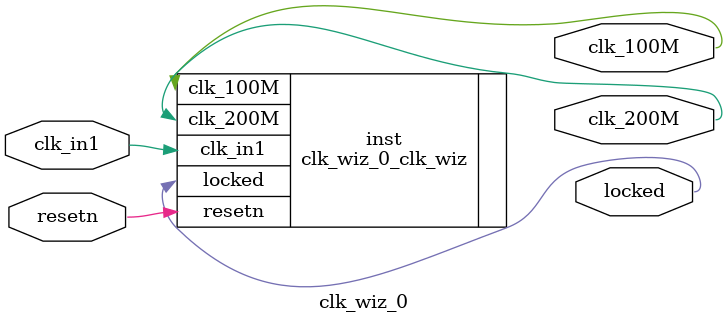
<source format=v>


`timescale 1ps/1ps

(* CORE_GENERATION_INFO = "clk_wiz_0,clk_wiz_v5_3_3_0,{component_name=clk_wiz_0,use_phase_alignment=true,use_min_o_jitter=true,use_max_i_jitter=false,use_dyn_phase_shift=false,use_inclk_switchover=false,use_dyn_reconfig=false,enable_axi=0,feedback_source=FDBK_AUTO,PRIMITIVE=MMCM,num_out_clk=2,clkin1_period=10.0,clkin2_period=10.0,use_power_down=false,use_reset=true,use_locked=true,use_inclk_stopped=false,feedback_type=SINGLE,CLOCK_MGR_TYPE=NA,manual_override=false}" *)

module clk_wiz_0 
 (
  // Clock out ports
  output        clk_100M,
  output        clk_200M,
  // Status and control signals
  input         resetn,
  output        locked,
 // Clock in ports
  input         clk_in1
 );

  clk_wiz_0_clk_wiz inst
  (
  // Clock out ports  
  .clk_100M(clk_100M),
  .clk_200M(clk_200M),
  // Status and control signals               
  .resetn(resetn), 
  .locked(locked),
 // Clock in ports
  .clk_in1(clk_in1)
  );

endmodule

</source>
